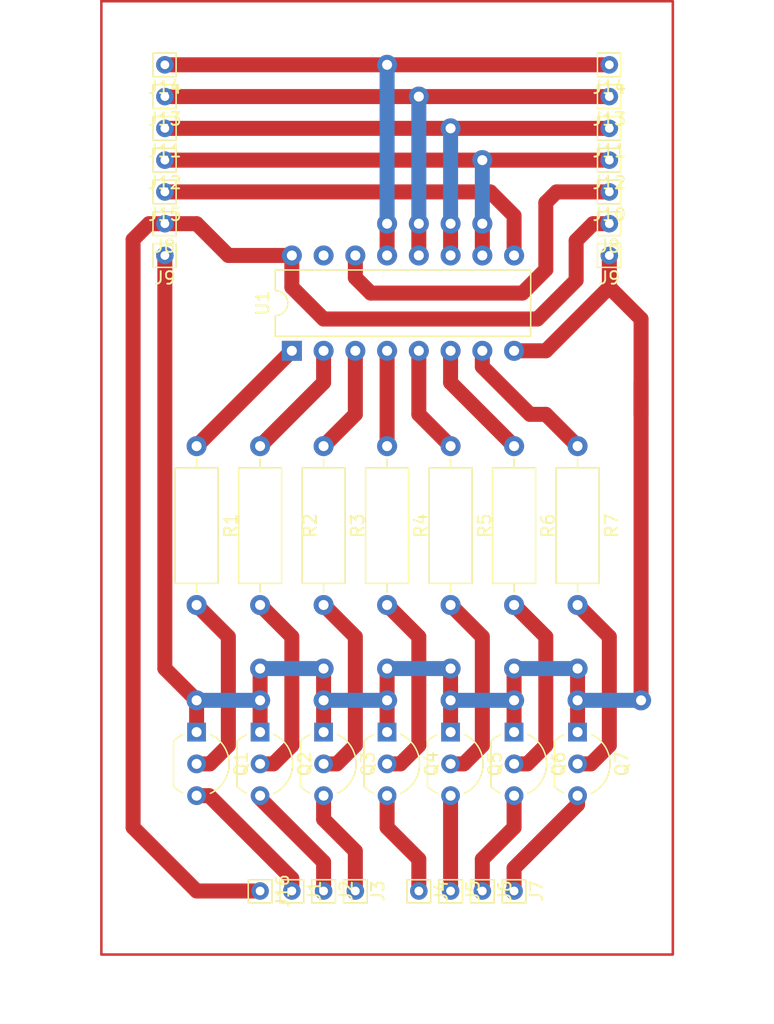
<source format=kicad_pcb>
(kicad_pcb (version 20240108) (generator "pcbnew") (generator_version "8.0")
  (layers (0 "F.Cu" signal) (31 "B.Cu" signal) (34 "B.Paste" user) (35 "F.Paste" user) (36 "B.SilkS" user "B.Silkscreen") (37 "F.SilkS" user "F.Silkscreen") (38 "B.Mask" user) (39 "F.Mask" user) (44 "Edge.Cuts" user))
  (net 0 "")
  (net 1 "Net-(J1-Pin_1)")
  (net 2 "Net-(J2-Pin_1)")
  (net 3 "Net-(J3-Pin_1)")
  (net 4 "Net-(J4-Pin_1)")
  (net 5 "Net-(J5-Pin_1)")
  (net 6 "Net-(J6-Pin_1)")
  (net 7 "Net-(J7-Pin_1)")
  (net 8 "Net-(J9-Pin_1)")
  (net 9 "Net-(J10-Pin_1)")
  (net 10 "Net-(J11-Pin_1)")
  (net 11 "Net-(J12-Pin_1)")
  (net 12 "Net-(J13-Pin_1)")
  (net 13 "Net-(J14-Pin_1)")
  (net 14 "Net-(J15-Pin_1)")
  (net 15 "Net-(Q1-B)")
  (net 16 "Net-(Q2-B)")
  (net 17 "Net-(Q3-B)")
  (net 18 "Net-(Q4-B)")
  (net 19 "Net-(Q5-B)")
  (net 20 "Net-(Q6-B)")
  (net 21 "Net-(Q7-B)")
  (net 22 "Net-(U1-QB)")
  (net 23 "Net-(U1-QC)")
  (net 24 "Net-(U1-QD)")
  (net 25 "Net-(U1-QE)")
  (net 26 "Net-(U1-QF)")
  (net 27 "Net-(U1-QG)")
  (net 28 "Net-(U1-QH)")
  (net 30 "Net-(J16-Pin_1)")
  (footprint "Connector_Pin:Pin_D0.7mm_L6.5mm_W1.8mm_FlatFork" (layer "F.Cu") (at 91.44 121.92 90)
    (property "Reference" "J1" (at 0 1.8 90) (layer "F.SilkS"))
    (property "Value" "Conn_01x01_Pin" (hide yes))
    (fp_line (start 0.9 -0.95) (end -0.95 -0.95) (stroke (width 0.12)) (layer "F.SilkS"))
    (fp_line (start -0.95 -0.95) (end -0.95 0.95) (stroke (width 0.12)) (layer "F.SilkS"))
    (fp_line (start 0.9 -0.9) (end 0.9 -0.95) (stroke (width 0.12)) (layer "F.SilkS"))
    (fp_line (start 0.9 0.95) (end 0.9 -0.9) (stroke (width 0.12)) (layer "F.SilkS"))
    (fp_line (start -0.95 0.95) (end 0.9 0.95) (stroke (width 0.12)) (layer "F.SilkS"))
    (pad "1" thru_hole circle (at 0 0 90) (size 1.4 1.4) (drill 0.7) (layers "*.Cu" "*.Mask") (net 1 "Net-(J1-Pin_1)"))
  )
  (footprint "Connector_Pin:Pin_D0.7mm_L6.5mm_W1.8mm_FlatFork" (layer "F.Cu") (at 116.84 68.58)
    (property "Reference" "J8" (at 0 1.8 0) (layer "F.SilkS"))
    (property "Value" "VCC +5")
    (fp_line (start -0.95 -0.95) (end -0.95 0.95) (stroke (width 0.12)) (layer "F.SilkS"))
    (fp_line (start -0.95 0.95) (end 0.9 0.95) (stroke (width 0.12)) (layer "F.SilkS"))
    (fp_line (start 0.9 -0.95) (end -0.95 -0.95) (stroke (width 0.12)) (layer "F.SilkS"))
    (fp_line (start 0.9 -0.9) (end 0.9 -0.95) (stroke (width 0.12)) (layer "F.SilkS"))
    (fp_line (start 0.9 0.95) (end 0.9 -0.9) (stroke (width 0.12)) (layer "F.SilkS"))
    (pad "1" thru_hole circle (at 0 0) (size 1.4 1.4) (drill 0.7) (layers "*.Cu" "*.Mask") (net 30 "Net-(J16-Pin_1)"))
  )
  (footprint "Connector_Pin:Pin_D0.7mm_L6.5mm_W1.8mm_FlatFork" (layer "F.Cu") (at 101.6 121.92 90)
    (property "Reference" "J4" (at 0 1.8 90) (layer "F.SilkS"))
    (property "Value" "Conn_01x01_Pin" (hide yes))
    (fp_line (start 0.9 -0.95) (end -0.95 -0.95) (stroke (width 0.12)) (layer "F.SilkS"))
    (fp_line (start -0.95 -0.95) (end -0.95 0.95) (stroke (width 0.12)) (layer "F.SilkS"))
    (fp_line (start 0.9 -0.9) (end 0.9 -0.95) (stroke (width 0.12)) (layer "F.SilkS"))
    (fp_line (start 0.9 0.95) (end 0.9 -0.9) (stroke (width 0.12)) (layer "F.SilkS"))
    (fp_line (start -0.95 0.95) (end 0.9 0.95) (stroke (width 0.12)) (layer "F.SilkS"))
    (pad "1" thru_hole circle (at 0 0 90) (size 1.4 1.4) (drill 0.7) (layers "*.Cu" "*.Mask") (net 4 "Net-(J4-Pin_1)"))
  )
  (footprint "Package_TO_SOT_THT:TO-92_Inline_Wide" (layer "F.Cu") (at 83.82 109.22 -90)
    (property "Reference" "Q1" (at 2.54 -3.56 90) (layer "F.SilkS"))
    (property "Value" "2N3904")
    (fp_line (start 0.74 1.85) (end 4.34 1.85) (stroke (width 0.12)) (layer "F.SilkS"))
    (fp_arc (start 0.74 1.85) (mid 0.446097 1.509328) (end 0.215816 1.122795) (stroke (width 0.12)) (layer "F.SilkS"))
    (fp_arc (start 4.864184 1.122795) (mid 4.633903 1.509328) (end 4.34 1.85) (stroke (width 0.12)) (layer "F.SilkS"))
    (fp_arc (start 0.1836 -1.098807) (mid 1.143021 -2.192817) (end 2.54 -2.6) (stroke (width 0.12)) (layer "F.SilkS"))
    (fp_arc (start 2.54 -2.6) (mid 3.936979 -2.192818) (end 4.8964 -1.098807) (stroke (width 0.12)) (layer "F.SilkS"))
    (pad "1" thru_hole rect (at 0 0 270) (size 1.5 1.5) (drill 0.8) (layers "*.Cu" "*.Mask") (net 8 "Net-(J9-Pin_1)"))
    (pad "2" thru_hole circle (at 2.54 0 270) (size 1.5 1.5) (drill 0.8) (layers "*.Cu" "*.Mask") (net 15 "Net-(Q1-B)"))
    (pad "3" thru_hole circle (at 5.08 0 270) (size 1.5 1.5) (drill 0.8) (layers "*.Cu" "*.Mask") (net 1 "Net-(J1-Pin_1)"))
  )
  (footprint "Package_TO_SOT_THT:TO-92_Inline_Wide" (layer "F.Cu") (at 99.06 109.22 -90)
    (property "Reference" "Q4" (at 2.54 -3.56 90) (layer "F.SilkS"))
    (property "Value" "2N3904")
    (fp_line (start 0.74 1.85) (end 4.34 1.85) (stroke (width 0.12)) (layer "F.SilkS"))
    (fp_arc (start 0.74 1.85) (mid 0.446097 1.509328) (end 0.215816 1.122795) (stroke (width 0.12)) (layer "F.SilkS"))
    (fp_arc (start 4.864184 1.122795) (mid 4.633903 1.509328) (end 4.34 1.85) (stroke (width 0.12)) (layer "F.SilkS"))
    (fp_arc (start 0.1836 -1.098807) (mid 1.143021 -2.192817) (end 2.54 -2.6) (stroke (width 0.12)) (layer "F.SilkS"))
    (fp_arc (start 2.54 -2.6) (mid 3.936979 -2.192818) (end 4.8964 -1.098807) (stroke (width 0.12)) (layer "F.SilkS"))
    (pad "1" thru_hole rect (at 0 0 270) (size 1.5 1.5) (drill 0.8) (layers "*.Cu" "*.Mask") (net 8 "Net-(J9-Pin_1)"))
    (pad "2" thru_hole circle (at 2.54 0 270) (size 1.5 1.5) (drill 0.8) (layers "*.Cu" "*.Mask") (net 18 "Net-(Q4-B)"))
    (pad "3" thru_hole circle (at 5.08 0 270) (size 1.5 1.5) (drill 0.8) (layers "*.Cu" "*.Mask") (net 4 "Net-(J4-Pin_1)"))
  )
  (footprint "Connector_Pin:Pin_D0.7mm_L6.5mm_W1.8mm_FlatFork" (layer "F.Cu") (at 116.84 71.12)
    (property "Reference" "J9" (at 0 1.8 0) (layer "F.SilkS"))
    (property "Value" "GND")
    (fp_line (start -0.95 -0.95) (end -0.95 0.95) (stroke (width 0.12)) (layer "F.SilkS"))
    (fp_line (start -0.95 0.95) (end 0.9 0.95) (stroke (width 0.12)) (layer "F.SilkS"))
    (fp_line (start 0.9 -0.95) (end -0.95 -0.95) (stroke (width 0.12)) (layer "F.SilkS"))
    (fp_line (start 0.9 -0.9) (end 0.9 -0.95) (stroke (width 0.12)) (layer "F.SilkS"))
    (fp_line (start 0.9 0.95) (end 0.9 -0.9) (stroke (width 0.12)) (layer "F.SilkS"))
    (pad "1" thru_hole circle (at 0 0) (size 1.4 1.4) (drill 0.7) (layers "*.Cu" "*.Mask") (net 8 "Net-(J9-Pin_1)"))
  )
  (footprint "Package_TO_SOT_THT:TO-92_Inline_Wide" (layer "F.Cu") (at 104.14 109.22 -90)
    (property "Reference" "Q5" (at 2.54 -3.56 90) (layer "F.SilkS"))
    (property "Value" "2N3904")
    (fp_line (start 0.74 1.85) (end 4.34 1.85) (stroke (width 0.12)) (layer "F.SilkS"))
    (fp_arc (start 0.74 1.85) (mid 0.446097 1.509328) (end 0.215816 1.122795) (stroke (width 0.12)) (layer "F.SilkS"))
    (fp_arc (start 4.864184 1.122795) (mid 4.633903 1.509328) (end 4.34 1.85) (stroke (width 0.12)) (layer "F.SilkS"))
    (fp_arc (start 0.1836 -1.098807) (mid 1.143021 -2.192817) (end 2.54 -2.6) (stroke (width 0.12)) (layer "F.SilkS"))
    (fp_arc (start 2.54 -2.6) (mid 3.936979 -2.192818) (end 4.8964 -1.098807) (stroke (width 0.12)) (layer "F.SilkS"))
    (pad "1" thru_hole rect (at 0 0 270) (size 1.5 1.5) (drill 0.8) (layers "*.Cu" "*.Mask") (net 8 "Net-(J9-Pin_1)"))
    (pad "2" thru_hole circle (at 2.54 0 270) (size 1.5 1.5) (drill 0.8) (layers "*.Cu" "*.Mask") (net 19 "Net-(Q5-B)"))
    (pad "3" thru_hole circle (at 5.08 0 270) (size 1.5 1.5) (drill 0.8) (layers "*.Cu" "*.Mask") (net 5 "Net-(J5-Pin_1)"))
  )
  (footprint "Connector_Pin:Pin_D0.7mm_L6.5mm_W1.8mm_FlatFork" (layer "F.Cu") (at 81.28 55.88)
    (property "Reference" "J14" (at 0 1.8 0) (layer "F.SilkS"))
    (property "Value" "OE")
    (fp_line (start -0.95 -0.95) (end -0.95 0.95) (stroke (width 0.12)) (layer "F.SilkS"))
    (fp_line (start -0.95 0.95) (end 0.9 0.95) (stroke (width 0.12)) (layer "F.SilkS"))
    (fp_line (start 0.9 -0.95) (end -0.95 -0.95) (stroke (width 0.12)) (layer "F.SilkS"))
    (fp_line (start 0.9 -0.9) (end 0.9 -0.95) (stroke (width 0.12)) (layer "F.SilkS"))
    (fp_line (start 0.9 0.95) (end 0.9 -0.9) (stroke (width 0.12)) (layer "F.SilkS"))
    (pad "1" thru_hole circle (at 0 0) (size 1.4 1.4) (drill 0.7) (layers "*.Cu" "*.Mask") (net 13 "Net-(J14-Pin_1)"))
  )
  (footprint "Connector_Pin:Pin_D0.7mm_L6.5mm_W1.8mm_FlatFork" (layer "F.Cu") (at 81.28 60.96)
    (property "Reference" "J11" (at 0 1.8 0) (layer "F.SilkS"))
    (property "Value" "SRCLK")
    (fp_line (start -0.95 -0.95) (end -0.95 0.95) (stroke (width 0.12)) (layer "F.SilkS"))
    (fp_line (start -0.95 0.95) (end 0.9 0.95) (stroke (width 0.12)) (layer "F.SilkS"))
    (fp_line (start 0.9 -0.95) (end -0.95 -0.95) (stroke (width 0.12)) (layer "F.SilkS"))
    (fp_line (start 0.9 -0.9) (end 0.9 -0.95) (stroke (width 0.12)) (layer "F.SilkS"))
    (fp_line (start 0.9 0.95) (end 0.9 -0.9) (stroke (width 0.12)) (layer "F.SilkS"))
    (pad "1" thru_hole circle (at 0 0) (size 1.4 1.4) (drill 0.7) (layers "*.Cu" "*.Mask") (net 10 "Net-(J11-Pin_1)"))
  )
  (footprint "Package_TO_SOT_THT:TO-92_Inline_Wide" (layer "F.Cu") (at 93.98 109.22 -90)
    (property "Reference" "Q3" (at 2.54 -3.56 90) (layer "F.SilkS"))
    (property "Value" "2N3904")
    (fp_line (start 0.74 1.85) (end 4.34 1.85) (stroke (width 0.12)) (layer "F.SilkS"))
    (fp_arc (start 0.74 1.85) (mid 0.446097 1.509328) (end 0.215816 1.122795) (stroke (width 0.12)) (layer "F.SilkS"))
    (fp_arc (start 4.864184 1.122795) (mid 4.633903 1.509328) (end 4.34 1.85) (stroke (width 0.12)) (layer "F.SilkS"))
    (fp_arc (start 0.1836 -1.098807) (mid 1.143021 -2.192817) (end 2.54 -2.6) (stroke (width 0.12)) (layer "F.SilkS"))
    (fp_arc (start 2.54 -2.6) (mid 3.936979 -2.192818) (end 4.8964 -1.098807) (stroke (width 0.12)) (layer "F.SilkS"))
    (pad "1" thru_hole rect (at 0 0 270) (size 1.5 1.5) (drill 0.8) (layers "*.Cu" "*.Mask") (net 8 "Net-(J9-Pin_1)"))
    (pad "2" thru_hole circle (at 2.54 0 270) (size 1.5 1.5) (drill 0.8) (layers "*.Cu" "*.Mask") (net 17 "Net-(Q3-B)"))
    (pad "3" thru_hole circle (at 5.08 0 270) (size 1.5 1.5) (drill 0.8) (layers "*.Cu" "*.Mask") (net 3 "Net-(J3-Pin_1)"))
  )
  (footprint "Package_TO_SOT_THT:TO-92_Inline_Wide" (layer "F.Cu") (at 109.22 109.22 -90)
    (property "Reference" "Q6" (at 2.54 -3.56 90) (layer "F.SilkS"))
    (property "Value" "2N3904")
    (fp_line (start 0.74 1.85) (end 4.34 1.85) (stroke (width 0.12)) (layer "F.SilkS"))
    (fp_arc (start 0.74 1.85) (mid 0.446097 1.509328) (end 0.215816 1.122795) (stroke (width 0.12)) (layer "F.SilkS"))
    (fp_arc (start 4.864184 1.122795) (mid 4.633903 1.509328) (end 4.34 1.85) (stroke (width 0.12)) (layer "F.SilkS"))
    (fp_arc (start 0.1836 -1.098807) (mid 1.143021 -2.192817) (end 2.54 -2.6) (stroke (width 0.12)) (layer "F.SilkS"))
    (fp_arc (start 2.54 -2.6) (mid 3.936979 -2.192818) (end 4.8964 -1.098807) (stroke (width 0.12)) (layer "F.SilkS"))
    (pad "1" thru_hole rect (at 0 0 270) (size 1.5 1.5) (drill 0.8) (layers "*.Cu" "*.Mask") (net 8 "Net-(J9-Pin_1)"))
    (pad "2" thru_hole circle (at 2.54 0 270) (size 1.5 1.5) (drill 0.8) (layers "*.Cu" "*.Mask") (net 20 "Net-(Q6-B)"))
    (pad "3" thru_hole circle (at 5.08 0 270) (size 1.5 1.5) (drill 0.8) (layers "*.Cu" "*.Mask") (net 6 "Net-(J6-Pin_1)"))
  )
  (footprint "Resistor_THT:R_Axial_DIN0309_L9.0mm_D3.2mm_P12.70mm_Horizontal" (layer "F.Cu") (at 88.9 86.36 -90)
    (property "Reference" "R2" (at 6.35 -4.005 90) (layer "F.SilkS"))
    (property "Value" "R")
    (fp_line (start 1.73 1.72) (end 10.97 1.72) (stroke (width 0.12)) (layer "F.SilkS"))
    (fp_line (start 10.97 1.72) (end 10.97 -1.72) (stroke (width 0.12)) (layer "F.SilkS"))
    (fp_line (start 1.04 0) (end 1.73 0) (stroke (width 0.12)) (layer "F.SilkS"))
    (fp_line (start 11.66 0) (end 10.97 0) (stroke (width 0.12)) (layer "F.SilkS"))
    (fp_line (start 1.73 -1.72) (end 1.73 1.72) (stroke (width 0.12)) (layer "F.SilkS"))
    (fp_line (start 10.97 -1.72) (end 1.73 -1.72) (stroke (width 0.12)) (layer "F.SilkS"))
    (pad "1" thru_hole circle (at 0 0 270) (size 1.6 1.6) (drill 0.8) (layers "*.Cu" "*.Mask") (net 23 "Net-(U1-QC)"))
    (pad "2" thru_hole oval (at 12.7 0 270) (size 1.6 1.6) (drill 0.8) (layers "*.Cu" "*.Mask") (net 16 "Net-(Q2-B)"))
  )
  (footprint "Resistor_THT:R_Axial_DIN0309_L9.0mm_D3.2mm_P12.70mm_Horizontal" (layer "F.Cu") (at 114.3 86.36 -90)
    (property "Reference" "R7" (at 6.35 -2.72 90) (layer "F.SilkS"))
    (property "Value" "R")
    (fp_line (start 1.73 1.72) (end 10.97 1.72) (stroke (width 0.12)) (layer "F.SilkS"))
    (fp_line (start 10.97 1.72) (end 10.97 -1.72) (stroke (width 0.12)) (layer "F.SilkS"))
    (fp_line (start 1.04 0) (end 1.73 0) (stroke (width 0.12)) (layer "F.SilkS"))
    (fp_line (start 11.66 0) (end 10.97 0) (stroke (width 0.12)) (layer "F.SilkS"))
    (fp_line (start 1.73 -1.72) (end 1.73 1.72) (stroke (width 0.12)) (layer "F.SilkS"))
    (fp_line (start 10.97 -1.72) (end 1.73 -1.72) (stroke (width 0.12)) (layer "F.SilkS"))
    (pad "1" thru_hole circle (at 0 0 270) (size 1.6 1.6) (drill 0.8) (layers "*.Cu" "*.Mask") (net 28 "Net-(U1-QH)"))
    (pad "2" thru_hole oval (at 12.7 0 270) (size 1.6 1.6) (drill 0.8) (layers "*.Cu" "*.Mask") (net 21 "Net-(Q7-B)"))
  )
  (footprint "Connector_Pin:Pin_D0.7mm_L6.5mm_W1.8mm_FlatFork" (layer "F.Cu") (at 81.28 66.04)
    (property "Reference" "J15" (at 0 1.8 0) (layer "F.SilkS"))
    (property "Value" "NEXT")
    (fp_line (start -0.95 -0.95) (end -0.95 0.95) (stroke (width 0.12)) (layer "F.SilkS"))
    (fp_line (start -0.95 0.95) (end 0.9 0.95) (stroke (width 0.12)) (layer "F.SilkS"))
    (fp_line (start 0.9 -0.95) (end -0.95 -0.95) (stroke (width 0.12)) (layer "F.SilkS"))
    (fp_line (start 0.9 -0.9) (end 0.9 -0.95) (stroke (width 0.12)) (layer "F.SilkS"))
    (fp_line (start 0.9 0.95) (end 0.9 -0.9) (stroke (width 0.12)) (layer "F.SilkS"))
    (pad "1" thru_hole circle (at 0 0) (size 1.4 1.4) (drill 0.7) (layers "*.Cu" "*.Mask") (net 14 "Net-(J15-Pin_1)"))
  )
  (footprint "Connector_Pin:Pin_D0.7mm_L6.5mm_W1.8mm_FlatFork" (layer "F.Cu") (at 116.84 63.5)
    (property "Reference" "J12" (at 0 1.8 0) (layer "F.SilkS"))
    (property "Value" "SRCLR")
    (fp_line (start -0.95 -0.95) (end -0.95 0.95) (stroke (width 0.12)) (layer "F.SilkS"))
    (fp_line (start -0.95 0.95) (end 0.9 0.95) (stroke (width 0.12)) (layer "F.SilkS"))
    (fp_line (start 0.9 -0.95) (end -0.95 -0.95) (stroke (width 0.12)) (layer "F.SilkS"))
    (fp_line (start 0.9 -0.9) (end 0.9 -0.95) (stroke (width 0.12)) (layer "F.SilkS"))
    (fp_line (start 0.9 0.95) (end 0.9 -0.9) (stroke (width 0.12)) (layer "F.SilkS"))
    (pad "1" thru_hole circle (at 0 0) (size 1.4 1.4) (drill 0.7) (layers "*.Cu" "*.Mask") (net 11 "Net-(J12-Pin_1)"))
  )
  (footprint "Connector_Pin:Pin_D0.7mm_L6.5mm_W1.8mm_FlatFork" (layer "F.Cu") (at 116.84 60.96)
    (property "Reference" "J11" (at 0 1.8 0) (layer "F.SilkS"))
    (property "Value" "SRCLK")
    (fp_line (start -0.95 -0.95) (end -0.95 0.95) (stroke (width 0.12)) (layer "F.SilkS"))
    (fp_line (start -0.95 0.95) (end 0.9 0.95) (stroke (width 0.12)) (layer "F.SilkS"))
    (fp_line (start 0.9 -0.95) (end -0.95 -0.95) (stroke (width 0.12)) (layer "F.SilkS"))
    (fp_line (start 0.9 -0.9) (end 0.9 -0.95) (stroke (width 0.12)) (layer "F.SilkS"))
    (fp_line (start 0.9 0.95) (end 0.9 -0.9) (stroke (width 0.12)) (layer "F.SilkS"))
    (pad "1" thru_hole circle (at 0 0) (size 1.4 1.4) (drill 0.7) (layers "*.Cu" "*.Mask") (net 10 "Net-(J11-Pin_1)"))
  )
  (footprint "Package_DIP:DIP-16_W7.62mm" (layer "F.Cu") (at 91.44 78.74 90)
    (property "Reference" "U1" (at 3.81 -2.33 -90) (layer "F.SilkS"))
    (property "Value" "74AHCT595")
    (fp_line (start 6.46 -1.33) (end 4.81 -1.33) (stroke (width 0.12)) (layer "F.SilkS"))
    (fp_line (start 2.81 -1.33) (end 1.16 -1.33) (stroke (width 0.12)) (layer "F.SilkS"))
    (fp_line (start 1.16 -1.33) (end 1.16 19.11) (stroke (width 0.12)) (layer "F.SilkS"))
    (fp_line (start 6.46 19.11) (end 6.46 -1.33) (stroke (width 0.12)) (layer "F.SilkS"))
    (fp_line (start 1.16 19.11) (end 6.46 19.11) (stroke (width 0.12)) (layer "F.SilkS"))
    (fp_arc (start 4.81 -1.33) (mid 3.81 -0.33) (end 2.81 -1.33) (stroke (width 0.12)) (layer "F.SilkS"))
    (pad "1" thru_hole rect (at 0 0 90) (size 1.6 1.6) (drill 0.8) (layers "*.Cu" "*.Mask") (net 22 "Net-(U1-QB)"))
    (pad "2" thru_hole oval (at 0 2.54 90) (size 1.6 1.6) (drill 0.8) (layers "*.Cu" "*.Mask") (net 23 "Net-(U1-QC)"))
    (pad "3" thru_hole oval (at 0 5.08 90) (size 1.6 1.6) (drill 0.8) (layers "*.Cu" "*.Mask") (net 24 "Net-(U1-QD)"))
    (pad "4" thru_hole oval (at 0 7.62 90) (size 1.6 1.6) (drill 0.8) (layers "*.Cu" "*.Mask") (net 25 "Net-(U1-QE)"))
    (pad "5" thru_hole oval (at 0 10.16 90) (size 1.6 1.6) (drill 0.8) (layers "*.Cu" "*.Mask") (net 26 "Net-(U1-QF)"))
    (pad "6" thru_hole oval (at 0 12.7 90) (size 1.6 1.6) (drill 0.8) (layers "*.Cu" "*.Mask") (net 27 "Net-(U1-QG)"))
    (pad "7" thru_hole oval (at 0 15.24 90) (size 1.6 1.6) (drill 0.8) (layers "*.Cu" "*.Mask") (net 28 "Net-(U1-QH)"))
    (pad "8" thru_hole oval (at 0 17.78 90) (size 1.6 1.6) (drill 0.8) (layers "*.Cu" "*.Mask") (net 8 "Net-(J9-Pin_1)"))
    (pad "9" thru_hole oval (at 7.62 17.78 90) (size 1.6 1.6) (drill 0.8) (layers "*.Cu" "*.Mask") (net 14 "Net-(J15-Pin_1)"))
    (pad "10" thru_hole oval (at 7.62 15.24 90) (size 1.6 1.6) (drill 0.8) (layers "*.Cu" "*.Mask") (net 11 "Net-(J12-Pin_1)"))
    (pad "11" thru_hole oval (at 7.62 12.7 90) (size 1.6 1.6) (drill 0.8) (layers "*.Cu" "*.Mask") (net 10 "Net-(J11-Pin_1)"))
    (pad "12" thru_hole oval (at 7.62 10.16 90) (size 1.6 1.6) (drill 0.8) (layers "*.Cu" "*.Mask") (net 12 "Net-(J13-Pin_1)"))
    (pad "13" thru_hole oval (at 7.62 7.62 90) (size 1.6 1.6) (drill 0.8) (layers "*.Cu" "*.Mask") (net 13 "Net-(J14-Pin_1)"))
    (pad "14" thru_hole oval (at 7.62 5.08 90) (size 1.6 1.6) (drill 0.8) (layers "*.Cu" "*.Mask") (net 9 "Net-(J10-Pin_1)"))
    (pad "15" thru_hole oval (at 7.62 2.54 90) (size 1.6 1.6) (drill 0.8) (layers "*.Cu" "*.Mask"))
    (pad "16" thru_hole oval (at 7.62 0 90) (size 1.6 1.6) (drill 0.8) (layers "*.Cu" "*.Mask") (net 30 "Net-(J16-Pin_1)"))
  )
  (footprint "Connector_Pin:Pin_D0.7mm_L6.5mm_W1.8mm_FlatFork" (layer "F.Cu") (at 81.28 71.12)
    (property "Reference" "J9" (at 0 1.8 0) (layer "F.SilkS"))
    (property "Value" "GND")
    (fp_line (start -0.95 -0.95) (end -0.95 0.95) (stroke (width 0.12)) (layer "F.SilkS"))
    (fp_line (start -0.95 0.95) (end 0.9 0.95) (stroke (width 0.12)) (layer "F.SilkS"))
    (fp_line (start 0.9 -0.95) (end -0.95 -0.95) (stroke (width 0.12)) (layer "F.SilkS"))
    (fp_line (start 0.9 -0.9) (end 0.9 -0.95) (stroke (width 0.12)) (layer "F.SilkS"))
    (fp_line (start 0.9 0.95) (end 0.9 -0.9) (stroke (width 0.12)) (layer "F.SilkS"))
    (pad "1" thru_hole circle (at 0 0) (size 1.4 1.4) (drill 0.7) (layers "*.Cu" "*.Mask") (net 8 "Net-(J9-Pin_1)"))
  )
  (footprint "Connector_Pin:Pin_D0.7mm_L6.5mm_W1.8mm_FlatFork" (layer "F.Cu") (at 116.84 58.42)
    (property "Reference" "J13" (at 0 1.8 0) (layer "F.SilkS"))
    (property "Value" "RCLK")
    (fp_line (start -0.95 -0.95) (end -0.95 0.95) (stroke (width 0.12)) (layer "F.SilkS"))
    (fp_line (start -0.95 0.95) (end 0.9 0.95) (stroke (width 0.12)) (layer "F.SilkS"))
    (fp_line (start 0.9 -0.95) (end -0.95 -0.95) (stroke (width 0.12)) (layer "F.SilkS"))
    (fp_line (start 0.9 -0.9) (end 0.9 -0.95) (stroke (width 0.12)) (layer "F.SilkS"))
    (fp_line (start 0.9 0.95) (end 0.9 -0.9) (stroke (width 0.12)) (layer "F.SilkS"))
    (pad "1" thru_hole circle (at 0 0) (size 1.4 1.4) (drill 0.7) (layers "*.Cu" "*.Mask") (net 12 "Net-(J13-Pin_1)"))
  )
  (footprint "Resistor_THT:R_Axial_DIN0309_L9.0mm_D3.2mm_P12.70mm_Horizontal" (layer "F.Cu") (at 104.14 86.36 -90)
    (property "Reference" "R5" (at 6.35 -2.72 90) (layer "F.SilkS"))
    (property "Value" "R")
    (fp_line (start 1.73 1.72) (end 10.97 1.72) (stroke (width 0.12)) (layer "F.SilkS"))
    (fp_line (start 10.97 1.72) (end 10.97 -1.72) (stroke (width 0.12)) (layer "F.SilkS"))
    (fp_line (start 1.04 0) (end 1.73 0) (stroke (width 0.12)) (layer "F.SilkS"))
    (fp_line (start 11.66 0) (end 10.97 0) (stroke (width 0.12)) (layer "F.SilkS"))
    (fp_line (start 1.73 -1.72) (end 1.73 1.72) (stroke (width 0.12)) (layer "F.SilkS"))
    (fp_line (start 10.97 -1.72) (end 1.73 -1.72) (stroke (width 0.12)) (layer "F.SilkS"))
    (pad "1" thru_hole circle (at 0 0 270) (size 1.6 1.6) (drill 0.8) (layers "*.Cu" "*.Mask") (net 26 "Net-(U1-QF)"))
    (pad "2" thru_hole oval (at 12.7 0 270) (size 1.6 1.6) (drill 0.8) (layers "*.Cu" "*.Mask") (net 19 "Net-(Q5-B)"))
  )
  (footprint "Connector_Pin:Pin_D0.7mm_L6.5mm_W1.8mm_FlatFork" (layer "F.Cu") (at 81.28 63.5)
    (property "Reference" "J12" (at 0 1.8 0) (layer "F.SilkS"))
    (property "Value" "SRCLR")
    (fp_line (start -0.95 -0.95) (end -0.95 0.95) (stroke (width 0.12)) (layer "F.SilkS"))
    (fp_line (start -0.95 0.95) (end 0.9 0.95) (stroke (width 0.12)) (layer "F.SilkS"))
    (fp_line (start 0.9 -0.95) (end -0.95 -0.95) (stroke (width 0.12)) (layer "F.SilkS"))
    (fp_line (start 0.9 -0.9) (end 0.9 -0.95) (stroke (width 0.12)) (layer "F.SilkS"))
    (fp_line (start 0.9 0.95) (end 0.9 -0.9) (stroke (width 0.12)) (layer "F.SilkS"))
    (pad "1" thru_hole circle (at 0 0) (size 1.4 1.4) (drill 0.7) (layers "*.Cu" "*.Mask") (net 11 "Net-(J12-Pin_1)"))
  )
  (footprint "Connector_Pin:Pin_D0.7mm_L6.5mm_W1.8mm_FlatFork" (layer "F.Cu") (at 81.28 68.58)
    (property "Reference" "J8" (at 0 1.8 0) (layer "F.SilkS"))
    (property "Value" "VCC +5")
    (fp_line (start -0.95 -0.95) (end -0.95 0.95) (stroke (width 0.12)) (layer "F.SilkS"))
    (fp_line (start -0.95 0.95) (end 0.9 0.95) (stroke (width 0.12)) (layer "F.SilkS"))
    (fp_line (start 0.9 -0.95) (end -0.95 -0.95) (stroke (width 0.12)) (layer "F.SilkS"))
    (fp_line (start 0.9 -0.9) (end 0.9 -0.95) (stroke (width 0.12)) (layer "F.SilkS"))
    (fp_line (start 0.9 0.95) (end 0.9 -0.9) (stroke (width 0.12)) (layer "F.SilkS"))
    (pad "1" thru_hole circle (at 0 0) (size 1.4 1.4) (drill 0.7) (layers "*.Cu" "*.Mask") (net 30 "Net-(J16-Pin_1)"))
  )
  (footprint "Resistor_THT:R_Axial_DIN0309_L9.0mm_D3.2mm_P12.70mm_Horizontal" (layer "F.Cu") (at 83.82 86.36 -90)
    (property "Reference" "R1" (at 6.35 -2.72 90) (layer "F.SilkS"))
    (property "Value" "R")
    (fp_line (start 1.73 1.72) (end 10.97 1.72) (stroke (width 0.12)) (layer "F.SilkS"))
    (fp_line (start 10.97 1.72) (end 10.97 -1.72) (stroke (width 0.12)) (layer "F.SilkS"))
    (fp_line (start 1.04 0) (end 1.73 0) (stroke (width 0.12)) (layer "F.SilkS"))
    (fp_line (start 11.66 0) (end 10.97 0) (stroke (width 0.12)) (layer "F.SilkS"))
    (fp_line (start 1.73 -1.72) (end 1.73 1.72) (stroke (width 0.12)) (layer "F.SilkS"))
    (fp_line (start 10.97 -1.72) (end 1.73 -1.72) (stroke (width 0.12)) (layer "F.SilkS"))
    (pad "1" thru_hole circle (at 0 0 270) (size 1.6 1.6) (drill 0.8) (layers "*.Cu" "*.Mask") (net 22 "Net-(U1-QB)"))
    (pad "2" thru_hole oval (at 12.7 0 270) (size 1.6 1.6) (drill 0.8) (layers "*.Cu" "*.Mask") (net 15 "Net-(Q1-B)"))
  )
  (footprint "Package_TO_SOT_THT:TO-92_Inline_Wide" (layer "F.Cu") (at 88.9 109.22 -90)
    (property "Reference" "Q2" (at 2.54 -3.56 90) (layer "F.SilkS"))
    (property "Value" "2N3904")
    (fp_line (start 0.74 1.85) (end 4.34 1.85) (stroke (width 0.12)) (layer "F.SilkS"))
    (fp_arc (start 0.74 1.85) (mid 0.446097 1.509328) (end 0.215816 1.122795) (stroke (width 0.12)) (layer "F.SilkS"))
    (fp_arc (start 4.864184 1.122795) (mid 4.633903 1.509328) (end 4.34 1.85) (stroke (width 0.12)) (layer "F.SilkS"))
    (fp_arc (start 0.1836 -1.098807) (mid 1.143021 -2.192817) (end 2.54 -2.6) (stroke (width 0.12)) (layer "F.SilkS"))
    (fp_arc (start 2.54 -2.6) (mid 3.936979 -2.192818) (end 4.8964 -1.098807) (stroke (width 0.12)) (layer "F.SilkS"))
    (pad "1" thru_hole rect (at 0 0 270) (size 1.5 1.5) (drill 0.8) (layers "*.Cu" "*.Mask") (net 8 "Net-(J9-Pin_1)"))
    (pad "2" thru_hole circle (at 2.54 0 270) (size 1.5 1.5) (drill 0.8) (layers "*.Cu" "*.Mask") (net 16 "Net-(Q2-B)"))
    (pad "3" thru_hole circle (at 5.08 0 270) (size 1.5 1.5) (drill 0.8) (layers "*.Cu" "*.Mask") (net 2 "Net-(J2-Pin_1)"))
  )
  (footprint "Package_TO_SOT_THT:TO-92_Inline_Wide" (layer "F.Cu") (at 114.3 109.22 -90)
    (property "Reference" "Q7" (at 2.54 -3.56 90) (layer "F.SilkS"))
    (property "Value" "2N3904")
    (fp_line (start 0.74 1.85) (end 4.34 1.85) (stroke (width 0.12)) (layer "F.SilkS"))
    (fp_arc (start 0.74 1.85) (mid 0.446097 1.509328) (end 0.215816 1.122795) (stroke (width 0.12)) (layer "F.SilkS"))
    (fp_arc (start 4.864184 1.122795) (mid 4.633903 1.509328) (end 4.34 1.85) (stroke (width 0.12)) (layer "F.SilkS"))
    (fp_arc (start 0.1836 -1.098807) (mid 1.143021 -2.192817) (end 2.54 -2.6) (stroke (width 0.12)) (layer "F.SilkS"))
    (fp_arc (start 2.54 -2.6) (mid 3.936979 -2.192818) (end 4.8964 -1.098807) (stroke (width 0.12)) (layer "F.SilkS"))
    (pad "1" thru_hole rect (at 0 0 270) (size 1.5 1.5) (drill 0.8) (layers "*.Cu" "*.Mask") (net 8 "Net-(J9-Pin_1)"))
    (pad "2" thru_hole circle (at 2.54 0 270) (size 1.5 1.5) (drill 0.8) (layers "*.Cu" "*.Mask") (net 21 "Net-(Q7-B)"))
    (pad "3" thru_hole circle (at 5.08 0 270) (size 1.5 1.5) (drill 0.8) (layers "*.Cu" "*.Mask") (net 7 "Net-(J7-Pin_1)"))
  )
  (footprint "Connector_Pin:Pin_D0.7mm_L6.5mm_W1.8mm_FlatFork" (layer "F.Cu") (at 96.52 121.92 90)
    (property "Reference" "J3" (at 0 1.8 90) (layer "F.SilkS"))
    (property "Value" "Conn_01x01_Pin" (hide yes))
    (fp_line (start 0.9 -0.95) (end -0.95 -0.95) (stroke (width 0.12)) (layer "F.SilkS"))
    (fp_line (start -0.95 -0.95) (end -0.95 0.95) (stroke (width 0.12)) (layer "F.SilkS"))
    (fp_line (start 0.9 -0.9) (end 0.9 -0.95) (stroke (width 0.12)) (layer "F.SilkS"))
    (fp_line (start 0.9 0.95) (end 0.9 -0.9) (stroke (width 0.12)) (layer "F.SilkS"))
    (fp_line (start -0.95 0.95) (end 0.9 0.95) (stroke (width 0.12)) (layer "F.SilkS"))
    (pad "1" thru_hole circle (at 0 0 90) (size 1.4 1.4) (drill 0.7) (layers "*.Cu" "*.Mask") (net 3 "Net-(J3-Pin_1)"))
  )
  (footprint "Connector_Pin:Pin_D0.7mm_L6.5mm_W1.8mm_FlatFork" (layer "F.Cu") (at 116.84 55.88)
    (property "Reference" "J14" (at 0 1.8 0) (layer "F.SilkS"))
    (property "Value" "OE")
    (fp_line (start -0.95 -0.95) (end -0.95 0.95) (stroke (width 0.12)) (layer "F.SilkS"))
    (fp_line (start -0.95 0.95) (end 0.9 0.95) (stroke (width 0.12)) (layer "F.SilkS"))
    (fp_line (start 0.9 -0.95) (end -0.95 -0.95) (stroke (width 0.12)) (layer "F.SilkS"))
    (fp_line (start 0.9 -0.9) (end 0.9 -0.95) (stroke (width 0.12)) (layer "F.SilkS"))
    (fp_line (start 0.9 0.95) (end 0.9 -0.9) (stroke (width 0.12)) (layer "F.SilkS"))
    (pad "1" thru_hole circle (at 0 0) (size 1.4 1.4) (drill 0.7) (layers "*.Cu" "*.Mask") (net 13 "Net-(J14-Pin_1)"))
  )
  (footprint "Resistor_THT:R_Axial_DIN0309_L9.0mm_D3.2mm_P12.70mm_Horizontal" (layer "F.Cu") (at 93.98 86.36 -90)
    (property "Reference" "R3" (at 6.35 -2.72 90) (layer "F.SilkS"))
    (property "Value" "R")
    (fp_line (start 1.73 1.72) (end 10.97 1.72) (stroke (width 0.12)) (layer "F.SilkS"))
    (fp_line (start 10.97 1.72) (end 10.97 -1.72) (stroke (width 0.12)) (layer "F.SilkS"))
    (fp_line (start 1.04 0) (end 1.73 0) (stroke (width 0.12)) (layer "F.SilkS"))
    (fp_line (start 11.66 0) (end 10.97 0) (stroke (width 0.12)) (layer "F.SilkS"))
    (fp_line (start 1.73 -1.72) (end 1.73 1.72) (stroke (width 0.12)) (layer "F.SilkS"))
    (fp_line (start 10.97 -1.72) (end 1.73 -1.72) (stroke (width 0.12)) (layer "F.SilkS"))
    (pad "1" thru_hole circle (at 0 0 270) (size 1.6 1.6) (drill 0.8) (layers "*.Cu" "*.Mask") (net 24 "Net-(U1-QD)"))
    (pad "2" thru_hole oval (at 12.7 0 270) (size 1.6 1.6) (drill 0.8) (layers "*.Cu" "*.Mask") (net 17 "Net-(Q3-B)"))
  )
  (footprint "Connector_Pin:Pin_D0.7mm_L6.5mm_W1.8mm_FlatFork" (layer "F.Cu") (at 109.22 121.92 90)
    (property "Reference" "J7" (at 0 1.8 90) (layer "F.SilkS"))
    (property "Value" "Conn_01x01_Pin" (hide yes))
    (fp_line (start 0.9 -0.95) (end -0.95 -0.95) (stroke (width 0.12)) (layer "F.SilkS"))
    (fp_line (start -0.95 -0.95) (end -0.95 0.95) (stroke (width 0.12)) (layer "F.SilkS"))
    (fp_line (start 0.9 -0.9) (end 0.9 -0.95) (stroke (width 0.12)) (layer "F.SilkS"))
    (fp_line (start 0.9 0.95) (end 0.9 -0.9) (stroke (width 0.12)) (layer "F.SilkS"))
    (fp_line (start -0.95 0.95) (end 0.9 0.95) (stroke (width 0.12)) (layer "F.SilkS"))
    (pad "1" thru_hole circle (at 0 0 90) (size 1.4 1.4) (drill 0.7) (layers "*.Cu" "*.Mask") (net 7 "Net-(J7-Pin_1)"))
  )
  (footprint "Resistor_THT:R_Axial_DIN0309_L9.0mm_D3.2mm_P12.70mm_Horizontal" (layer "F.Cu") (at 99.06 86.36 -90)
    (property "Reference" "R4" (at 6.35 -2.72 90) (layer "F.SilkS"))
    (property "Value" "R")
    (fp_line (start 1.73 1.72) (end 10.97 1.72) (stroke (width 0.12)) (layer "F.SilkS"))
    (fp_line (start 10.97 1.72) (end 10.97 -1.72) (stroke (width 0.12)) (layer "F.SilkS"))
    (fp_line (start 1.04 0) (end 1.73 0) (stroke (width 0.12)) (layer "F.SilkS"))
    (fp_line (start 11.66 0) (end 10.97 0) (stroke (width 0.12)) (layer "F.SilkS"))
    (fp_line (start 1.73 -1.72) (end 1.73 1.72) (stroke (width 0.12)) (layer "F.SilkS"))
    (fp_line (start 10.97 -1.72) (end 1.73 -1.72) (stroke (width 0.12)) (layer "F.SilkS"))
    (pad "1" thru_hole circle (at 0 0 270) (size 1.6 1.6) (drill 0.8) (layers "*.Cu" "*.Mask") (net 25 "Net-(U1-QE)"))
    (pad "2" thru_hole oval (at 12.7 0 270) (size 1.6 1.6) (drill 0.8) (layers "*.Cu" "*.Mask") (net 18 "Net-(Q4-B)"))
  )
  (footprint "Connector_Pin:Pin_D0.7mm_L6.5mm_W1.8mm_FlatFork" (layer "F.Cu") (at 116.84 66.04)
    (property "Reference" "J10" (at 0 1.8 0) (layer "F.SilkS"))
    (property "Value" "SER")
    (fp_line (start -0.95 -0.95) (end -0.95 0.95) (stroke (width 0.12)) (layer "F.SilkS"))
    (fp_line (start -0.95 0.95) (end 0.9 0.95) (stroke (width 0.12)) (layer "F.SilkS"))
    (fp_line (start 0.9 -0.95) (end -0.95 -0.95) (stroke (width 0.12)) (layer "F.SilkS"))
    (fp_line (start 0.9 -0.9) (end 0.9 -0.95) (stroke (width 0.12)) (layer "F.SilkS"))
    (fp_line (start 0.9 0.95) (end 0.9 -0.9) (stroke (width 0.12)) (layer "F.SilkS"))
    (pad "1" thru_hole circle (at 0 0) (size 1.4 1.4) (drill 0.7) (layers "*.Cu" "*.Mask") (net 9 "Net-(J10-Pin_1)"))
  )
  (footprint "Connector_Pin:Pin_D0.7mm_L6.5mm_W1.8mm_FlatFork" (layer "F.Cu") (at 81.28 58.42)
    (property "Reference" "J13" (at 0 1.8 0) (layer "F.SilkS"))
    (property "Value" "RCLK")
    (fp_line (start -0.95 -0.95) (end -0.95 0.95) (stroke (width 0.12)) (layer "F.SilkS"))
    (fp_line (start -0.95 0.95) (end 0.9 0.95) (stroke (width 0.12)) (layer "F.SilkS"))
    (fp_line (start 0.9 -0.95) (end -0.95 -0.95) (stroke (width 0.12)) (layer "F.SilkS"))
    (fp_line (start 0.9 -0.9) (end 0.9 -0.95) (stroke (width 0.12)) (layer "F.SilkS"))
    (fp_line (start 0.9 0.95) (end 0.9 -0.9) (stroke (width 0.12)) (layer "F.SilkS"))
    (pad "1" thru_hole circle (at 0 0) (size 1.4 1.4) (drill 0.7) (layers "*.Cu" "*.Mask") (net 12 "Net-(J13-Pin_1)"))
  )
  (footprint "Connector_Pin:Pin_D0.7mm_L6.5mm_W1.8mm_FlatFork" (layer "F.Cu") (at 104.14 121.92 90)
    (property "Reference" "J5" (at 0 1.8 90) (layer "F.SilkS"))
    (property "Value" "Conn_01x01_Pin" (hide yes))
    (fp_line (start 0.9 -0.95) (end -0.95 -0.95) (stroke (width 0.12)) (layer "F.SilkS"))
    (fp_line (start -0.95 -0.95) (end -0.95 0.95) (stroke (width 0.12)) (layer "F.SilkS"))
    (fp_line (start 0.9 -0.9) (end 0.9 -0.95) (stroke (width 0.12)) (layer "F.SilkS"))
    (fp_line (start 0.9 0.95) (end 0.9 -0.9) (stroke (width 0.12)) (layer "F.SilkS"))
    (fp_line (start -0.95 0.95) (end 0.9 0.95) (stroke (width 0.12)) (layer "F.SilkS"))
    (pad "1" thru_hole circle (at 0 0 90) (size 1.4 1.4) (drill 0.7) (layers "*.Cu" "*.Mask") (net 5 "Net-(J5-Pin_1)"))
  )
  (footprint "Connector_Pin:Pin_D0.7mm_L6.5mm_W1.8mm_FlatFork" (layer "F.Cu") (at 106.68 121.92 90)
    (property "Reference" "J6" (at 0 1.8 90) (layer "F.SilkS"))
    (property "Value" "Conn_01x01_Pin" (hide yes))
    (fp_line (start 0.9 -0.95) (end -0.95 -0.95) (stroke (width 0.12)) (layer "F.SilkS"))
    (fp_line (start -0.95 -0.95) (end -0.95 0.95) (stroke (width 0.12)) (layer "F.SilkS"))
    (fp_line (start 0.9 -0.9) (end 0.9 -0.95) (stroke (width 0.12)) (layer "F.SilkS"))
    (fp_line (start 0.9 0.95) (end 0.9 -0.9) (stroke (width 0.12)) (layer "F.SilkS"))
    (fp_line (start -0.95 0.95) (end 0.9 0.95) (stroke (width 0.12)) (layer "F.SilkS"))
    (pad "1" thru_hole circle (at 0 0 90) (size 1.4 1.4) (drill 0.7) (layers "*.Cu" "*.Mask") (net 6 "Net-(J6-Pin_1)"))
  )
  (footprint "Connector_Pin:Pin_D0.7mm_L6.5mm_W1.8mm_FlatFork" (layer "F.Cu") (at 93.98 121.92 90)
    (property "Reference" "J2" (at 0 1.8 90) (layer "F.SilkS"))
    (property "Value" "Conn_01x01_Pin" (hide yes))
    (fp_line (start 0.9 -0.95) (end -0.95 -0.95) (stroke (width 0.12)) (layer "F.SilkS"))
    (fp_line (start -0.95 -0.95) (end -0.95 0.95) (stroke (width 0.12)) (layer "F.SilkS"))
    (fp_line (start 0.9 -0.9) (end 0.9 -0.95) (stroke (width 0.12)) (layer "F.SilkS"))
    (fp_line (start 0.9 0.95) (end 0.9 -0.9) (stroke (width 0.12)) (layer "F.SilkS"))
    (fp_line (start -0.95 0.95) (end 0.9 0.95) (stroke (width 0.12)) (layer "F.SilkS"))
    (pad "1" thru_hole circle (at 0 0 90) (size 1.4 1.4) (drill 0.7) (layers "*.Cu" "*.Mask") (net 2 "Net-(J2-Pin_1)"))
  )
  (footprint "Resistor_THT:R_Axial_DIN0309_L9.0mm_D3.2mm_P12.70mm_Horizontal" (layer "F.Cu") (at 109.22 86.36 -90)
    (property "Reference" "R6" (at 6.35 -2.72 90) (layer "F.SilkS"))
    (property "Value" "R")
    (fp_line (start 1.73 1.72) (end 10.97 1.72) (stroke (width 0.12)) (layer "F.SilkS"))
    (fp_line (start 10.97 1.72) (end 10.97 -1.72) (stroke (width 0.12)) (layer "F.SilkS"))
    (fp_line (start 1.04 0) (end 1.73 0) (stroke (width 0.12)) (layer "F.SilkS"))
    (fp_line (start 11.66 0) (end 10.97 0) (stroke (width 0.12)) (layer "F.SilkS"))
    (fp_line (start 1.73 -1.72) (end 1.73 1.72) (stroke (width 0.12)) (layer "F.SilkS"))
    (fp_line (start 10.97 -1.72) (end 1.73 -1.72) (stroke (width 0.12)) (layer "F.SilkS"))
    (pad "1" thru_hole circle (at 0 0 270) (size 1.6 1.6) (drill 0.8) (layers "*.Cu" "*.Mask") (net 27 "Net-(U1-QG)"))
    (pad "2" thru_hole oval (at 12.7 0 270) (size 1.6 1.6) (drill 0.8) (layers "*.Cu" "*.Mask") (net 20 "Net-(Q6-B)"))
  )
  (footprint "Connector_Pin:Pin_D0.7mm_L6.5mm_W1.8mm_FlatFork" (layer "F.Cu") (at 88.9 121.92 90)
    (property "Reference" "J16" (at 0 1.8 90) (layer "F.SilkS"))
    (property "Value" "VCC +5")
    (fp_line (start 0.9 -0.95) (end -0.95 -0.95) (stroke (width 0.12)) (layer "F.SilkS"))
    (fp_line (start -0.95 -0.95) (end -0.95 0.95) (stroke (width 0.12)) (layer "F.SilkS"))
    (fp_line (start 0.9 -0.9) (end 0.9 -0.95) (stroke (width 0.12)) (layer "F.SilkS"))
    (fp_line (start 0.9 0.95) (end 0.9 -0.9) (stroke (width 0.12)) (layer "F.SilkS"))
    (fp_line (start -0.95 0.95) (end 0.9 0.95) (stroke (width 0.12)) (layer "F.SilkS"))
    (pad "1" thru_hole circle (at 0 0 90) (size 1.4 1.4) (drill 0.7) (layers "*.Cu" "*.Mask") (net 30 "Net-(J16-Pin_1)"))
  )
  (gr_rect (start 76.2 50.8) (end 121.92 127) (stroke (width 0.2)) (fill none) (layer "F.Cu") (net 5))
  (segment (start 84.81596 114.3) (end 83.82 114.3) (width 1.2) (layer "F.Cu") (net 1))
  (segment (start 91.44 121.92) (end 91.44 120.92404) (width 1.2) (layer "F.Cu") (net 1))
  (segment (start 91.44 120.92404) (end 84.81596 114.3) (width 1.2) (layer "F.Cu") (net 1))
  (segment (start 93.98 121.92) (end 93.98 119.603403) (width 1.2) (layer "F.Cu") (net 2))
  (segment (start 93.98 119.603403) (end 88.9 114.523403) (width 1.2) (layer "F.Cu") (net 2))
  (segment (start 88.9 114.523403) (end 88.9 114.3) (width 1.2) (layer "F.Cu") (net 2))
  (segment (start 96.52 118.729788) (end 93.98 116.189788) (width 1.2) (layer "F.Cu") (net 3))
  (segment (start 93.98 116.189788) (end 93.98 114.3) (width 1.2) (layer "F.Cu") (net 3))
  (segment (start 96.52 121.92) (end 96.52 118.729788) (width 1.2) (layer "F.Cu") (net 3))
  (segment (start 101.6 119.38) (end 99.06 116.84) (width 1.2) (layer "F.Cu") (net 4))
  (segment (start 101.6 121.92) (end 101.6 119.38) (width 1.2) (layer "F.Cu") (net 4))
  (segment (start 99.06 116.84) (end 99.06 114.3) (width 1.2) (layer "F.Cu") (net 4))
  (segment (start 104.14 121.92) (end 104.14 114.3) (width 1.2) (layer "F.Cu") (net 5))
  (segment (start 106.68 119.38) (end 109.22 116.84) (width 1.2) (layer "F.Cu") (net 6))
  (segment (start 106.68 121.92) (end 106.68 119.38) (width 1.2) (layer "F.Cu") (net 6))
  (segment (start 109.22 116.84) (end 109.22 114.3) (width 1.2) (layer "F.Cu") (net 6))
  (segment (start 109.22 120.091277) (end 114.3 115.011277) (width 1.2) (layer "F.Cu") (net 7))
  (segment (start 109.22 121.92) (end 109.22 120.091277) (width 1.2) (layer "F.Cu") (net 7))
  (segment (start 114.3 115.011277) (end 114.3 114.3) (width 1.2) (layer "F.Cu") (net 7))
  (segment (start 116.84 73.66) (end 119.38 76.2) (width 1.2) (layer "F.Cu") (net 8))
  (segment (start 109.22 106.68) (end 109.22 104.14) (width 1.2) (layer "F.Cu") (net 8))
  (segment (start 81.28 104.14) (end 81.28 71.12) (width 1.2) (layer "F.Cu") (net 8))
  (segment (start 93.98 109.22) (end 93.98 106.68) (width 1.2) (layer "F.Cu") (net 8))
  (segment (start 83.82 106.68) (end 81.28 104.14) (width 1.2) (layer "F.Cu") (net 8))
  (segment (start 104.14 106.68) (end 104.14 104.14) (width 1.2) (layer "F.Cu") (net 8))
  (segment (start 83.82 109.22) (end 83.82 106.68) (width 1.2) (layer "F.Cu") (net 8))
  (segment (start 111.76 78.74) (end 109.22 78.74) (width 1.2) (layer "F.Cu") (net 8))
  (segment (start 114.3 109.22) (end 114.3 106.68) (width 1.2) (layer "F.Cu") (net 8))
  (segment (start 99.06 109.22) (end 99.06 106.68) (width 1.2) (layer "F.Cu") (net 8))
  (segment (start 116.84 73.66) (end 116.84 71.12) (width 1.2) (layer "F.Cu") (net 8))
  (segment (start 104.14 109.22) (end 104.14 106.68) (width 1.2) (layer "F.Cu") (net 8))
  (segment (start 99.06 106.68) (end 99.06 104.14) (width 1.2) (layer "F.Cu") (net 8))
  (segment (start 111.76 78.74) (end 116.84 73.66) (width 1.2) (layer "F.Cu") (net 8))
  (segment (start 93.98 106.68) (end 93.98 104.14) (width 1.2) (layer "F.Cu") (net 8))
  (segment (start 114.3 106.68) (end 114.3 104.14) (width 1.2) (layer "F.Cu") (net 8))
  (segment (start 119.38 76.2) (end 119.38 83.82) (width 1.2) (layer "F.Cu") (net 8))
  (segment (start 88.9 109.22) (end 88.9 106.68) (width 1.2) (layer "F.Cu") (net 8))
  (segment (start 119.38 83.82) (end 119.38 81.28) (width 1.2) (layer "F.Cu") (net 8))
  (segment (start 119.38 106.68) (end 119.38 83.82) (width 1.2) (layer "F.Cu") (net 8))
  (segment (start 109.22 109.22) (end 109.22 106.68) (width 1.2) (layer "F.Cu") (net 8))
  (segment (start 88.9 106.68) (end 88.9 104.14) (width 1.2) (layer "F.Cu") (net 8))
  (via (at 109.22 106.68) (size 1.6) (drill 0.8) (layers "F.Cu" "B.Cu") (net 8))
  (via (at 104.14 106.68) (size 1.6) (drill 0.8) (layers "F.Cu" "B.Cu") (net 8))
  (via (at 104.14 104.14) (size 1.6) (drill 0.8) (layers "F.Cu" "B.Cu") (net 8))
  (via (at 114.3 104.14) (size 1.6) (drill 0.8) (layers "F.Cu" "B.Cu") (net 8))
  (via (at 93.98 104.14) (size 1.6) (drill 0.8) (layers "F.Cu" "B.Cu") (net 8))
  (via (at 93.98 106.68) (size 1.6) (drill 0.8) (layers "F.Cu" "B.Cu") (net 8))
  (via (at 99.06 104.14) (size 1.6) (drill 0.8) (layers "F.Cu" "B.Cu") (net 8))
  (via (at 99.06 106.68) (size 1.6) (drill 0.8) (layers "F.Cu" "B.Cu") (net 8))
  (via (at 119.38 106.68) (size 1.6) (drill 0.8) (layers "F.Cu" "B.Cu") (net 8))
  (via (at 114.3 106.68) (size 1.6) (drill 0.8) (layers "F.Cu" "B.Cu") (net 8))
  (via (at 88.9 106.68) (size 1.6) (drill 0.8) (layers "F.Cu" "B.Cu") (net 8))
  (via (at 83.82 106.68) (size 1.6) (drill 0.8) (layers "F.Cu" "B.Cu") (net 8))
  (via (at 109.22 104.14) (size 1.6) (drill 0.8) (layers "F.Cu" "B.Cu") (net 8))
  (via (at 88.9 104.14) (size 1.6) (drill 0.8) (layers "F.Cu" "B.Cu") (net 8))
  (segment (start 104.14 106.68) (end 109.22 106.68) (width 1.2) (layer "B.Cu") (net 8))
  (segment (start 93.98 106.68) (end 99.06 106.68) (width 1.2) (layer "B.Cu") (net 8))
  (segment (start 109.22 104.14) (end 114.3 104.14) (width 1.2) (layer "B.Cu") (net 8))
  (segment (start 114.3 106.68) (end 119.38 106.68) (width 1.2) (layer "B.Cu") (net 8))
  (segment (start 88.9 104.14) (end 93.98 104.14) (width 1.2) (layer "B.Cu") (net 8))
  (segment (start 83.82 106.68) (end 88.9 106.68) (width 1.2) (layer "B.Cu") (net 8))
  (segment (start 99.06 104.14) (end 104.14 104.14) (width 1.2) (layer "B.Cu") (net 8))
  (segment (start 109.884568 74.126803) (end 111.76 72.251371) (width 1.2) (layer "F.Cu") (net 9))
  (segment (start 96.52 72.895142) (end 97.751661 74.126803) (width 1.2) (layer "F.Cu") (net 9))
  (segment (start 111.76 66.89693) (end 112.61693 66.04) (width 1.2) (layer "F.Cu") (net 9))
  (segment (start 112.61693 66.04) (end 116.84 66.04) (width 1.2) (layer "F.Cu") (net 9))
  (segment (start 97.751661 74.126803) (end 109.884568 74.126803) (width 1.2) (layer "F.Cu") (net 9))
  (segment (start 96.52 71.12) (end 96.52 72.895142) (width 1.2) (layer "F.Cu") (net 9))
  (segment (start 111.76 72.251371) (end 111.76 66.89693) (width 1.2) (layer "F.Cu") (net 9))
  (segment (start 116.84 60.96) (end 104.14 60.96) (width 1.2) (layer "F.Cu") (net 10))
  (segment (start 104.14 71.12) (end 104.14 68.58) (width 1.2) (layer "F.Cu") (net 10))
  (segment (start 104.14 60.96) (end 81.28 60.96) (width 1.2) (layer "F.Cu") (net 10))
  (via (at 104.14 68.58) (size 1.6) (drill 0.8) (layers "F.Cu" "B.Cu") (net 10))
  (via (at 104.14 60.96) (size 1.6) (drill 0.8) (layers "F.Cu" "B.Cu") (net 10))
  (segment (start 104.14 60.96) (end 104.14 68.58) (width 1.2) (layer "B.Cu") (net 10))
  (segment (start 116.84 63.5) (end 106.68 63.5) (width 1.2) (layer "F.Cu") (net 11))
  (segment (start 106.68 63.5) (end 81.28 63.5) (width 1.2) (layer "F.Cu") (net 11))
  (segment (start 106.68 71.12) (end 106.68 68.58) (width 1.2) (layer "F.Cu") (net 11))
  (via (at 106.68 68.58) (size 1.6) (drill 0.8) (layers "F.Cu" "B.Cu") (net 11))
  (via (at 106.68 63.5) (size 1.6) (drill 0.8) (layers "F.Cu" "B.Cu") (net 11))
  (segment (start 106.68 63.5) (end 106.68 68.58) (width 1.2) (layer "B.Cu") (net 11))
  (segment (start 101.6 58.42) (end 116.84 58.42) (width 1.2) (layer "F.Cu") (net 12))
  (segment (start 81.28 58.42) (end 101.6 58.42) (width 1.2) (layer "F.Cu") (net 12))
  (segment (start 101.6 71.12) (end 101.6 68.58) (width 1.2) (layer "F.Cu") (net 12))
  (via (at 101.6 58.42) (size 1.6) (drill 0.8) (layers "F.Cu" "B.Cu") (net 12))
  (via (at 101.6 68.58) (size 1.6) (drill 0.8) (layers "F.Cu" "B.Cu") (net 12))
  (segment (start 101.6 68.58) (end 101.6 58.42) (width 1.2) (layer "B.Cu") (net 12))
  (segment (start 116.84 55.88) (end 99.06 55.88) (width 1.2) (layer "F.Cu") (net 13))
  (segment (start 99.06 71.12) (end 99.06 68.58) (width 1.2) (layer "F.Cu") (net 13))
  (segment (start 99.06 55.88) (end 81.28 55.88) (width 1.2) (layer "F.Cu") (net 13))
  (via (at 99.06 68.58) (size 1.6) (drill 0.8) (layers "F.Cu" "B.Cu") (net 13))
  (via (at 99.06 55.88) (size 1.6) (drill 0.8) (layers "F.Cu" "B.Cu") (net 13))
  (segment (start 99.06 55.88) (end 99.06 68.58) (width 1.2) (layer "B.Cu") (net 13))
  (segment (start 109.22 67.941872) (end 107.318128 66.04) (width 1.2) (layer "F.Cu") (net 14))
  (segment (start 109.22 71.12) (end 109.22 67.941872) (width 1.2) (layer "F.Cu") (net 14))
  (segment (start 107.318128 66.04) (end 81.28 66.04) (width 1.2) (layer "F.Cu") (net 14))
  (segment (start 83.82 111.76) (end 84.88066 111.76) (width 1.2) (layer "F.Cu") (net 15))
  (segment (start 84.88066 111.76) (end 86.36 110.28066) (width 1.2) (layer "F.Cu") (net 15))
  (segment (start 86.36 110.28066) (end 86.36 101.6) (width 1.2) (layer "F.Cu") (net 15))
  (segment (start 86.36 101.6) (end 83.82 99.06) (width 1.2) (layer "F.Cu") (net 15))
  (segment (start 89.96066 111.76) (end 91.44 110.28066) (width 1.2) (layer "F.Cu") (net 16))
  (segment (start 91.44 110.28066) (end 91.44 101.6) (width 1.2) (layer "F.Cu") (net 16))
  (segment (start 91.44 101.6) (end 88.9 99.06) (width 1.2) (layer "F.Cu") (net 16))
  (segment (start 88.9 111.76) (end 89.96066 111.76) (width 1.2) (layer "F.Cu") (net 16))
  (segment (start 93.98 111.76) (end 95.04066 111.76) (width 1.2) (layer "F.Cu") (net 17))
  (segment (start 95.04066 111.76) (end 96.52 110.28066) (width 1.2) (layer "F.Cu") (net 17))
  (segment (start 96.52 110.28066) (end 96.52 101.6) (width 1.2) (layer "F.Cu") (net 17))
  (segment (start 96.52 101.6) (end 93.98 99.06) (width 1.2) (layer "F.Cu") (net 17))
  (segment (start 100.12066 111.76) (end 101.6 110.28066) (width 1.2) (layer "F.Cu") (net 18))
  (segment (start 101.6 110.28066) (end 101.6 101.6) (width 1.2) (layer "F.Cu") (net 18))
  (segment (start 99.06 111.76) (end 100.12066 111.76) (width 1.2) (layer "F.Cu") (net 18))
  (segment (start 101.6 101.6) (end 99.06 99.06) (width 1.2) (layer "F.Cu") (net 18))
  (segment (start 106.68 101.6) (end 104.14 99.06) (width 1.2) (layer "F.Cu") (net 19))
  (segment (start 106.68 110.28066) (end 106.68 101.6) (width 1.2) (layer "F.Cu") (net 19))
  (segment (start 105.20066 111.76) (end 106.68 110.28066) (width 1.2) (layer "F.Cu") (net 19))
  (segment (start 104.14 111.76) (end 105.20066 111.76) (width 1.2) (layer "F.Cu") (net 19))
  (segment (start 111.76 101.6) (end 109.22 99.06) (width 1.2) (layer "F.Cu") (net 20))
  (segment (start 110.28066 111.76) (end 111.76 110.28066) (width 1.2) (layer "F.Cu") (net 20))
  (segment (start 111.76 110.28066) (end 111.76 101.6) (width 1.2) (layer "F.Cu") (net 20))
  (segment (start 109.22 111.76) (end 110.28066 111.76) (width 1.2) (layer "F.Cu") (net 20))
  (segment (start 114.3 111.76) (end 115.36066 111.76) (width 1.2) (layer "F.Cu") (net 21))
  (segment (start 116.84 110.28066) (end 116.84 101.6) (width 1.2) (layer "F.Cu") (net 21))
  (segment (start 116.84 101.6) (end 114.3 99.06) (width 1.2) (layer "F.Cu") (net 21))
  (segment (start 115.36066 111.76) (end 116.84 110.28066) (width 1.2) (layer "F.Cu") (net 21))
  (segment (start 91.44 78.74) (end 83.82 86.36) (width 1.2) (layer "F.Cu") (net 22))
  (segment (start 93.98 78.74) (end 93.98 81.28) (width 1.2) (layer "F.Cu") (net 23))
  (segment (start 93.98 81.28) (end 88.9 86.36) (width 1.2) (layer "F.Cu") (net 23))
  (segment (start 96.52 83.82) (end 93.98 86.36) (width 1.2) (layer "F.Cu") (net 24))
  (segment (start 96.52 78.74) (end 96.52 83.82) (width 1.2) (layer "F.Cu") (net 24))
  (segment (start 99.06 78.74) (end 99.06 86.36) (width 1.2) (layer "F.Cu") (net 25))
  (segment (start 101.6 83.82) (end 104.14 86.36) (width 1.2) (layer "F.Cu") (net 26))
  (segment (start 101.6 78.74) (end 101.6 83.82) (width 1.2) (layer "F.Cu") (net 26))
  (segment (start 104.14 81.28) (end 109.22 86.36) (width 1.2) (layer "F.Cu") (net 27))
  (segment (start 104.14 78.74) (end 104.14 81.28) (width 1.2) (layer "F.Cu") (net 27))
  (segment (start 110.49 83.82) (end 111.76 83.82) (width 1.2) (layer "F.Cu") (net 28))
  (segment (start 106.68 78.74) (end 106.68 80.01) (width 1.2) (layer "F.Cu") (net 28))
  (segment (start 106.68 80.01) (end 110.49 83.82) (width 1.2) (layer "F.Cu") (net 28))
  (segment (start 111.76 83.82) (end 114.3 86.36) (width 1.2) (layer "F.Cu") (net 28))
  (segment (start 81.28 68.58) (end 80.01 68.58) (width 1.2) (layer "F.Cu") (net 30))
  (segment (start 78.74 116.84) (end 83.82 121.92) (width 1.2) (layer "F.Cu") (net 30))
  (segment (start 83.82 68.58) (end 86.36 71.12) (width 1.2) (layer "F.Cu") (net 30))
  (segment (start 86.36 71.12) (end 91.44 71.12) (width 1.2) (layer "F.Cu") (net 30))
  (segment (start 91.44 73.66) (end 93.98 76.2) (width 1.2) (layer "F.Cu") (net 30))
  (segment (start 115.538715 68.58) (end 116.84 68.58) (width 1.2) (layer "F.Cu") (net 30))
  (segment (start 93.98 76.2) (end 111.088501 76.2) (width 1.2) (layer "F.Cu") (net 30))
  (segment (start 114.185783 69.932932) (end 115.538715 68.58) (width 1.2) (layer "F.Cu") (net 30))
  (segment (start 80.01 68.58) (end 78.74 69.85) (width 1.2) (layer "F.Cu") (net 30))
  (segment (start 81.28 68.58) (end 83.82 68.58) (width 1.2) (layer "F.Cu") (net 30))
  (segment (start 78.74 69.85) (end 78.74 116.84) (width 1.2) (layer "F.Cu") (net 30))
  (segment (start 114.185783 73.102718) (end 114.185783 69.932932) (width 1.2) (layer "F.Cu") (net 30))
  (segment (start 83.82 121.92) (end 88.9 121.92) (width 1.2) (layer "F.Cu") (net 30))
  (segment (start 111.088501 76.2) (end 114.185783 73.102718) (width 1.2) (layer "F.Cu") (net 30))
  (segment (start 91.44 71.12) (end 91.44 73.66) (width 1.2) (layer "F.Cu") (net 30))
)
</source>
